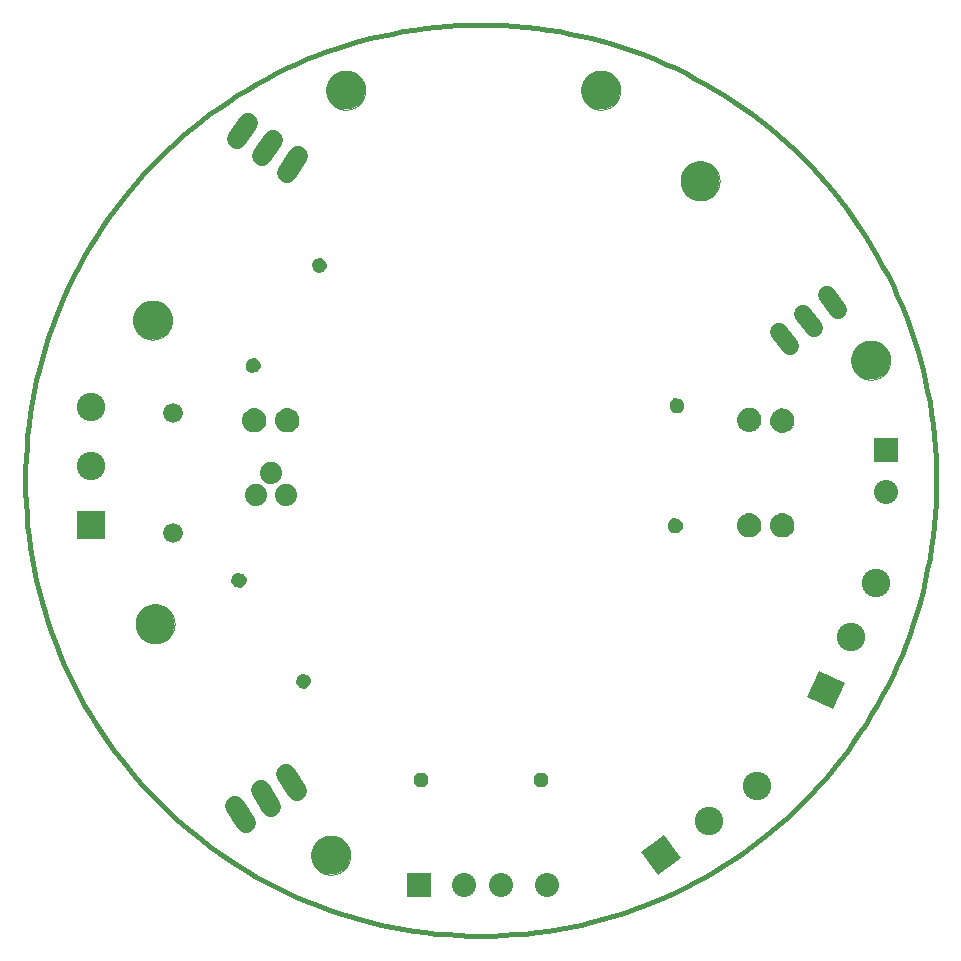
<source format=gbs>
G75*
%MOIN*%
%OFA0B0*%
%FSLAX25Y25*%
%IPPOS*%
%LPD*%
%AMOC8*
5,1,8,0,0,1.08239X$1,22.5*
%
%ADD10C,0.01600*%
%ADD11C,0.00500*%
%ADD12C,0.06600*%
%ADD13R,0.08000X0.08000*%
%ADD14C,0.08000*%
%ADD15R,0.08000X0.08000*%
%ADD16R,0.09500X0.09500*%
%ADD17C,0.09500*%
%ADD18R,0.09500X0.09500*%
%ADD19C,0.06600*%
%ADD20C,0.00000*%
%ADD21C,0.13000*%
%ADD22C,0.00960*%
%ADD23OC8,0.04800*%
%ADD24C,0.07400*%
%ADD25C,0.06000*%
D10*
X0001800Y0153622D02*
X0001846Y0157348D01*
X0001983Y0161072D01*
X0002211Y0164791D01*
X0002531Y0168503D01*
X0002942Y0172207D01*
X0003443Y0175899D01*
X0004035Y0179578D01*
X0004717Y0183241D01*
X0005489Y0186886D01*
X0006350Y0190512D01*
X0007300Y0194115D01*
X0008337Y0197694D01*
X0009463Y0201246D01*
X0010675Y0204769D01*
X0011973Y0208262D01*
X0013357Y0211722D01*
X0014825Y0215147D01*
X0016377Y0218534D01*
X0018011Y0221883D01*
X0019727Y0225190D01*
X0021524Y0228455D01*
X0023400Y0231674D01*
X0025355Y0234846D01*
X0027387Y0237970D01*
X0029495Y0241042D01*
X0031677Y0244062D01*
X0033934Y0247028D01*
X0036262Y0249937D01*
X0038661Y0252788D01*
X0041129Y0255579D01*
X0043665Y0258309D01*
X0046268Y0260976D01*
X0048935Y0263579D01*
X0051665Y0266115D01*
X0054456Y0268583D01*
X0057307Y0270982D01*
X0060216Y0273310D01*
X0063182Y0275567D01*
X0066202Y0277749D01*
X0069274Y0279857D01*
X0072398Y0281889D01*
X0075570Y0283844D01*
X0078789Y0285720D01*
X0082054Y0287517D01*
X0085361Y0289233D01*
X0088710Y0290867D01*
X0092097Y0292419D01*
X0095522Y0293887D01*
X0098982Y0295271D01*
X0102475Y0296569D01*
X0105998Y0297781D01*
X0109550Y0298907D01*
X0113129Y0299944D01*
X0116732Y0300894D01*
X0120358Y0301755D01*
X0124003Y0302527D01*
X0127666Y0303209D01*
X0131345Y0303801D01*
X0135037Y0304302D01*
X0138741Y0304713D01*
X0142453Y0305033D01*
X0146172Y0305261D01*
X0149896Y0305398D01*
X0153622Y0305444D01*
X0157348Y0305398D01*
X0161072Y0305261D01*
X0164791Y0305033D01*
X0168503Y0304713D01*
X0172207Y0304302D01*
X0175899Y0303801D01*
X0179578Y0303209D01*
X0183241Y0302527D01*
X0186886Y0301755D01*
X0190512Y0300894D01*
X0194115Y0299944D01*
X0197694Y0298907D01*
X0201246Y0297781D01*
X0204769Y0296569D01*
X0208262Y0295271D01*
X0211722Y0293887D01*
X0215147Y0292419D01*
X0218534Y0290867D01*
X0221883Y0289233D01*
X0225190Y0287517D01*
X0228455Y0285720D01*
X0231674Y0283844D01*
X0234846Y0281889D01*
X0237970Y0279857D01*
X0241042Y0277749D01*
X0244062Y0275567D01*
X0247028Y0273310D01*
X0249937Y0270982D01*
X0252788Y0268583D01*
X0255579Y0266115D01*
X0258309Y0263579D01*
X0260976Y0260976D01*
X0263579Y0258309D01*
X0266115Y0255579D01*
X0268583Y0252788D01*
X0270982Y0249937D01*
X0273310Y0247028D01*
X0275567Y0244062D01*
X0277749Y0241042D01*
X0279857Y0237970D01*
X0281889Y0234846D01*
X0283844Y0231674D01*
X0285720Y0228455D01*
X0287517Y0225190D01*
X0289233Y0221883D01*
X0290867Y0218534D01*
X0292419Y0215147D01*
X0293887Y0211722D01*
X0295271Y0208262D01*
X0296569Y0204769D01*
X0297781Y0201246D01*
X0298907Y0197694D01*
X0299944Y0194115D01*
X0300894Y0190512D01*
X0301755Y0186886D01*
X0302527Y0183241D01*
X0303209Y0179578D01*
X0303801Y0175899D01*
X0304302Y0172207D01*
X0304713Y0168503D01*
X0305033Y0164791D01*
X0305261Y0161072D01*
X0305398Y0157348D01*
X0305444Y0153622D01*
X0305398Y0149896D01*
X0305261Y0146172D01*
X0305033Y0142453D01*
X0304713Y0138741D01*
X0304302Y0135037D01*
X0303801Y0131345D01*
X0303209Y0127666D01*
X0302527Y0124003D01*
X0301755Y0120358D01*
X0300894Y0116732D01*
X0299944Y0113129D01*
X0298907Y0109550D01*
X0297781Y0105998D01*
X0296569Y0102475D01*
X0295271Y0098982D01*
X0293887Y0095522D01*
X0292419Y0092097D01*
X0290867Y0088710D01*
X0289233Y0085361D01*
X0287517Y0082054D01*
X0285720Y0078789D01*
X0283844Y0075570D01*
X0281889Y0072398D01*
X0279857Y0069274D01*
X0277749Y0066202D01*
X0275567Y0063182D01*
X0273310Y0060216D01*
X0270982Y0057307D01*
X0268583Y0054456D01*
X0266115Y0051665D01*
X0263579Y0048935D01*
X0260976Y0046268D01*
X0258309Y0043665D01*
X0255579Y0041129D01*
X0252788Y0038661D01*
X0249937Y0036262D01*
X0247028Y0033934D01*
X0244062Y0031677D01*
X0241042Y0029495D01*
X0237970Y0027387D01*
X0234846Y0025355D01*
X0231674Y0023400D01*
X0228455Y0021524D01*
X0225190Y0019727D01*
X0221883Y0018011D01*
X0218534Y0016377D01*
X0215147Y0014825D01*
X0211722Y0013357D01*
X0208262Y0011973D01*
X0204769Y0010675D01*
X0201246Y0009463D01*
X0197694Y0008337D01*
X0194115Y0007300D01*
X0190512Y0006350D01*
X0186886Y0005489D01*
X0183241Y0004717D01*
X0179578Y0004035D01*
X0175899Y0003443D01*
X0172207Y0002942D01*
X0168503Y0002531D01*
X0164791Y0002211D01*
X0161072Y0001983D01*
X0157348Y0001846D01*
X0153622Y0001800D01*
X0149896Y0001846D01*
X0146172Y0001983D01*
X0142453Y0002211D01*
X0138741Y0002531D01*
X0135037Y0002942D01*
X0131345Y0003443D01*
X0127666Y0004035D01*
X0124003Y0004717D01*
X0120358Y0005489D01*
X0116732Y0006350D01*
X0113129Y0007300D01*
X0109550Y0008337D01*
X0105998Y0009463D01*
X0102475Y0010675D01*
X0098982Y0011973D01*
X0095522Y0013357D01*
X0092097Y0014825D01*
X0088710Y0016377D01*
X0085361Y0018011D01*
X0082054Y0019727D01*
X0078789Y0021524D01*
X0075570Y0023400D01*
X0072398Y0025355D01*
X0069274Y0027387D01*
X0066202Y0029495D01*
X0063182Y0031677D01*
X0060216Y0033934D01*
X0057307Y0036262D01*
X0054456Y0038661D01*
X0051665Y0041129D01*
X0048935Y0043665D01*
X0046268Y0046268D01*
X0043665Y0048935D01*
X0041129Y0051665D01*
X0038661Y0054456D01*
X0036262Y0057307D01*
X0033934Y0060216D01*
X0031677Y0063182D01*
X0029495Y0066202D01*
X0027387Y0069274D01*
X0025355Y0072398D01*
X0023400Y0075570D01*
X0021524Y0078789D01*
X0019727Y0082054D01*
X0018011Y0085361D01*
X0016377Y0088710D01*
X0014825Y0092097D01*
X0013357Y0095522D01*
X0011973Y0098982D01*
X0010675Y0102475D01*
X0009463Y0105998D01*
X0008337Y0109550D01*
X0007300Y0113129D01*
X0006350Y0116732D01*
X0005489Y0120358D01*
X0004717Y0124003D01*
X0004035Y0127666D01*
X0003443Y0131345D01*
X0002942Y0135037D01*
X0002531Y0138741D01*
X0002211Y0142453D01*
X0001983Y0146172D01*
X0001846Y0149896D01*
X0001800Y0153622D01*
D11*
X0074424Y0172829D02*
X0074343Y0173552D01*
X0074392Y0174212D01*
X0074556Y0174853D01*
X0074828Y0175456D01*
X0075201Y0176002D01*
X0075664Y0176476D01*
X0076201Y0176861D01*
X0076797Y0177148D01*
X0077434Y0177327D01*
X0078092Y0177392D01*
X0078751Y0177325D01*
X0079387Y0177145D01*
X0079983Y0176856D01*
X0080519Y0176469D01*
X0080980Y0175994D01*
X0081352Y0175447D01*
X0081622Y0174843D01*
X0081784Y0174202D01*
X0081832Y0173542D01*
X0081754Y0172823D01*
X0081536Y0172133D01*
X0081189Y0171498D01*
X0080723Y0170944D01*
X0080159Y0170491D01*
X0079518Y0170157D01*
X0078823Y0169955D01*
X0078102Y0169892D01*
X0077377Y0169954D01*
X0076679Y0170155D01*
X0076033Y0170490D01*
X0080156Y0170490D01*
X0080760Y0170988D02*
X0075427Y0170988D01*
X0075464Y0170943D02*
X0074996Y0171499D01*
X0074644Y0172136D01*
X0074424Y0172829D01*
X0074407Y0172982D02*
X0081771Y0172982D01*
X0081826Y0173481D02*
X0074351Y0173481D01*
X0074375Y0173979D02*
X0081801Y0173979D01*
X0081715Y0174478D02*
X0074460Y0174478D01*
X0074612Y0174976D02*
X0081563Y0174976D01*
X0081333Y0175475D02*
X0074841Y0175475D01*
X0075182Y0175973D02*
X0080994Y0175973D01*
X0080515Y0176472D02*
X0075660Y0176472D01*
X0076427Y0176970D02*
X0079747Y0176970D01*
X0081647Y0172484D02*
X0074534Y0172484D01*
X0074728Y0171985D02*
X0081455Y0171985D01*
X0081179Y0171487D02*
X0075006Y0171487D01*
X0075464Y0170943D02*
X0076033Y0170490D01*
X0077248Y0169991D02*
X0078947Y0169991D01*
X0085664Y0172136D02*
X0086016Y0171499D01*
X0086484Y0170943D01*
X0087053Y0170490D01*
X0087699Y0170155D01*
X0088398Y0169954D01*
X0089122Y0169892D01*
X0089843Y0169955D01*
X0090538Y0170157D01*
X0091179Y0170491D01*
X0091744Y0170944D01*
X0092209Y0171498D01*
X0092557Y0172133D01*
X0092774Y0172823D01*
X0092853Y0173542D01*
X0092804Y0174202D01*
X0092643Y0174843D01*
X0092372Y0175447D01*
X0092000Y0175994D01*
X0091539Y0176469D01*
X0091003Y0176856D01*
X0090407Y0177145D01*
X0089771Y0177325D01*
X0089112Y0177392D01*
X0088454Y0177327D01*
X0087817Y0177148D01*
X0087221Y0176861D01*
X0086684Y0176476D01*
X0086221Y0176002D01*
X0085848Y0175456D01*
X0085576Y0174853D01*
X0085413Y0174212D01*
X0085363Y0173552D01*
X0085444Y0172829D01*
X0085664Y0172136D01*
X0085748Y0171985D02*
X0092476Y0171985D01*
X0092667Y0172484D02*
X0085554Y0172484D01*
X0085427Y0172982D02*
X0092791Y0172982D01*
X0092846Y0173481D02*
X0085371Y0173481D01*
X0085395Y0173979D02*
X0092821Y0173979D01*
X0092735Y0174478D02*
X0085480Y0174478D01*
X0085632Y0174976D02*
X0092583Y0174976D01*
X0092353Y0175475D02*
X0085861Y0175475D01*
X0086202Y0175973D02*
X0092014Y0175973D01*
X0091535Y0176472D02*
X0086680Y0176472D01*
X0087447Y0176970D02*
X0090767Y0176970D01*
X0092199Y0171487D02*
X0086026Y0171487D01*
X0086447Y0170988D02*
X0091780Y0170988D01*
X0091176Y0170490D02*
X0087053Y0170490D01*
X0088268Y0169991D02*
X0089967Y0169991D01*
X0239344Y0173763D02*
X0239408Y0174421D01*
X0239586Y0175058D01*
X0239872Y0175655D01*
X0240257Y0176193D01*
X0240730Y0176655D01*
X0241276Y0177029D01*
X0241879Y0177302D01*
X0242520Y0177466D01*
X0243179Y0177517D01*
X0243836Y0177435D01*
X0244468Y0177240D01*
X0245057Y0176938D01*
X0245584Y0176539D01*
X0246034Y0176054D01*
X0246394Y0175498D01*
X0246651Y0174888D01*
X0246798Y0174243D01*
X0246831Y0173583D01*
X0246736Y0172865D01*
X0246503Y0172180D01*
X0246141Y0171554D01*
X0245663Y0171011D01*
X0245089Y0170571D01*
X0244440Y0170251D01*
X0243741Y0170065D01*
X0243019Y0170018D01*
X0242296Y0170096D01*
X0241602Y0170314D01*
X0240964Y0170663D01*
X0240406Y0171129D01*
X0239950Y0171696D01*
X0239613Y0172340D01*
X0239408Y0173038D01*
X0239344Y0173763D01*
X0239365Y0173979D02*
X0246811Y0173979D01*
X0246818Y0173481D02*
X0239369Y0173481D01*
X0239425Y0172982D02*
X0246752Y0172982D01*
X0246606Y0172484D02*
X0239571Y0172484D01*
X0239798Y0171985D02*
X0246390Y0171985D01*
X0246082Y0171487D02*
X0240118Y0171487D01*
X0240574Y0170988D02*
X0245634Y0170988D01*
X0244924Y0170490D02*
X0241280Y0170490D01*
X0239424Y0174478D02*
X0246744Y0174478D01*
X0246614Y0174976D02*
X0239563Y0174976D01*
X0239786Y0175475D02*
X0246403Y0175475D01*
X0246087Y0175973D02*
X0240100Y0175973D01*
X0240543Y0176472D02*
X0245647Y0176472D01*
X0244994Y0176970D02*
X0241190Y0176970D01*
X0242551Y0177469D02*
X0243564Y0177469D01*
X0250603Y0174808D02*
X0250889Y0175405D01*
X0251275Y0175943D01*
X0251748Y0176405D01*
X0252294Y0176779D01*
X0252896Y0177052D01*
X0253537Y0177216D01*
X0254197Y0177267D01*
X0254853Y0177185D01*
X0255485Y0176990D01*
X0256074Y0176688D01*
X0256602Y0176289D01*
X0257052Y0175804D01*
X0257411Y0175248D01*
X0257668Y0174638D01*
X0257815Y0173993D01*
X0257848Y0173333D01*
X0257753Y0172615D01*
X0257520Y0171930D01*
X0257158Y0171304D01*
X0256681Y0170761D01*
X0256106Y0170321D01*
X0255457Y0170001D01*
X0254758Y0169815D01*
X0254036Y0169768D01*
X0253313Y0169846D01*
X0252619Y0170064D01*
X0251981Y0170413D01*
X0251423Y0170879D01*
X0250967Y0171446D01*
X0250630Y0172090D01*
X0250425Y0172788D01*
X0250361Y0173513D01*
X0250425Y0174171D01*
X0250603Y0174808D01*
X0250684Y0174976D02*
X0257525Y0174976D01*
X0257705Y0174478D02*
X0250511Y0174478D01*
X0250407Y0173979D02*
X0257816Y0173979D01*
X0257841Y0173481D02*
X0250364Y0173481D01*
X0250408Y0172982D02*
X0257802Y0172982D01*
X0257709Y0172484D02*
X0250515Y0172484D01*
X0250685Y0171985D02*
X0257539Y0171985D01*
X0257264Y0171487D02*
X0250945Y0171487D01*
X0251335Y0170988D02*
X0256881Y0170988D01*
X0256327Y0170490D02*
X0251889Y0170490D01*
X0252851Y0169991D02*
X0255419Y0169991D01*
X0257264Y0175475D02*
X0250940Y0175475D01*
X0251306Y0175973D02*
X0256894Y0175973D01*
X0256360Y0176472D02*
X0251845Y0176472D01*
X0252716Y0176970D02*
X0255523Y0176970D01*
X0254112Y0142392D02*
X0254771Y0142325D01*
X0255407Y0142145D01*
X0256003Y0141856D01*
X0256539Y0141469D01*
X0257000Y0140994D01*
X0257372Y0140447D01*
X0257643Y0139843D01*
X0257804Y0139202D01*
X0257853Y0138542D01*
X0257774Y0137823D01*
X0257557Y0137133D01*
X0257209Y0136498D01*
X0256744Y0135944D01*
X0256179Y0135491D01*
X0255538Y0135157D01*
X0254843Y0134955D01*
X0254122Y0134892D01*
X0253398Y0134954D01*
X0252699Y0135155D01*
X0252053Y0135490D01*
X0251484Y0135943D01*
X0251016Y0136499D01*
X0250664Y0137136D01*
X0250444Y0137829D01*
X0250363Y0138552D01*
X0250413Y0139212D01*
X0250576Y0139853D01*
X0250848Y0140456D01*
X0251221Y0141002D01*
X0251684Y0141476D01*
X0252221Y0141861D01*
X0252817Y0142148D01*
X0253454Y0142327D01*
X0254112Y0142392D01*
X0255552Y0142074D02*
X0252664Y0142074D01*
X0251823Y0141576D02*
X0256391Y0141576D01*
X0256919Y0141077D02*
X0251295Y0141077D01*
X0250933Y0140579D02*
X0257282Y0140579D01*
X0257536Y0140080D02*
X0250679Y0140080D01*
X0250507Y0139582D02*
X0257709Y0139582D01*
X0257813Y0139083D02*
X0250403Y0139083D01*
X0250365Y0138585D02*
X0257849Y0138585D01*
X0257803Y0138086D02*
X0250415Y0138086D01*
X0250521Y0137588D02*
X0257700Y0137588D01*
X0257533Y0137089D02*
X0250690Y0137089D01*
X0250965Y0136591D02*
X0257259Y0136591D01*
X0256868Y0136092D02*
X0251359Y0136092D01*
X0251922Y0135594D02*
X0256307Y0135594D01*
X0255325Y0135095D02*
X0252907Y0135095D01*
X0246536Y0137133D02*
X0246189Y0136498D01*
X0245723Y0135944D01*
X0245159Y0135491D01*
X0244518Y0135157D01*
X0243823Y0134955D01*
X0243102Y0134892D01*
X0242377Y0134954D01*
X0241679Y0135155D01*
X0241033Y0135490D01*
X0240464Y0135943D01*
X0239996Y0136499D01*
X0239644Y0137136D01*
X0239424Y0137829D01*
X0239343Y0138552D01*
X0239392Y0139212D01*
X0239556Y0139853D01*
X0239828Y0140456D01*
X0240201Y0141002D01*
X0240664Y0141476D01*
X0241201Y0141861D01*
X0241797Y0142148D01*
X0242434Y0142327D01*
X0243092Y0142392D01*
X0243751Y0142325D01*
X0244387Y0142145D01*
X0244983Y0141856D01*
X0245519Y0141469D01*
X0245980Y0140994D01*
X0246352Y0140447D01*
X0246622Y0139843D01*
X0246784Y0139202D01*
X0246832Y0138542D01*
X0246754Y0137823D01*
X0246536Y0137133D01*
X0246513Y0137089D02*
X0239670Y0137089D01*
X0239501Y0137588D02*
X0246680Y0137588D01*
X0246783Y0138086D02*
X0239395Y0138086D01*
X0239345Y0138585D02*
X0246829Y0138585D01*
X0246793Y0139083D02*
X0239383Y0139083D01*
X0239487Y0139582D02*
X0246688Y0139582D01*
X0246516Y0140080D02*
X0239659Y0140080D01*
X0239912Y0140579D02*
X0246262Y0140579D01*
X0245899Y0141077D02*
X0240275Y0141077D01*
X0240803Y0141576D02*
X0245371Y0141576D01*
X0244532Y0142074D02*
X0241644Y0142074D01*
X0239945Y0136591D02*
X0246239Y0136591D01*
X0245848Y0136092D02*
X0240339Y0136092D01*
X0240902Y0135594D02*
X0245287Y0135594D01*
X0244305Y0135095D02*
X0241887Y0135095D01*
D12*
X0051122Y0136122D03*
X0051122Y0176122D03*
D13*
G36*
X0284672Y0159574D02*
X0284574Y0167572D01*
X0292572Y0167670D01*
X0292670Y0159672D01*
X0284672Y0159574D01*
G37*
D14*
X0288791Y0149844D03*
X0175661Y0018622D03*
X0160481Y0018622D03*
X0148102Y0018622D03*
D15*
X0132922Y0018622D03*
D16*
X0023622Y0138622D03*
D17*
X0023622Y0158307D03*
X0023622Y0177992D03*
X0229608Y0040109D03*
X0245594Y0051596D03*
X0276973Y0101448D03*
X0285323Y0119275D03*
D18*
G36*
X0274938Y0085908D02*
X0270908Y0077306D01*
X0262306Y0081336D01*
X0266336Y0089938D01*
X0274938Y0085908D01*
G37*
G36*
X0220251Y0027537D02*
X0212537Y0021993D01*
X0206993Y0029707D01*
X0214707Y0035251D01*
X0220251Y0027537D01*
G37*
D19*
X0075343Y0039370D02*
X0071806Y0044942D01*
X0080250Y0050300D02*
X0083786Y0044728D01*
X0092229Y0050086D02*
X0088693Y0055659D01*
X0088982Y0256127D02*
X0092644Y0261618D01*
X0084324Y0267167D02*
X0080662Y0261676D01*
X0072343Y0267224D02*
X0076005Y0272715D01*
D20*
X0102122Y0283622D02*
X0102124Y0283783D01*
X0102130Y0283943D01*
X0102140Y0284104D01*
X0102154Y0284264D01*
X0102172Y0284424D01*
X0102193Y0284583D01*
X0102219Y0284742D01*
X0102249Y0284900D01*
X0102282Y0285057D01*
X0102320Y0285214D01*
X0102361Y0285369D01*
X0102406Y0285523D01*
X0102455Y0285676D01*
X0102508Y0285828D01*
X0102564Y0285979D01*
X0102625Y0286128D01*
X0102688Y0286276D01*
X0102756Y0286422D01*
X0102827Y0286566D01*
X0102901Y0286708D01*
X0102979Y0286849D01*
X0103061Y0286987D01*
X0103146Y0287124D01*
X0103234Y0287258D01*
X0103326Y0287390D01*
X0103421Y0287520D01*
X0103519Y0287648D01*
X0103620Y0287773D01*
X0103724Y0287895D01*
X0103831Y0288015D01*
X0103941Y0288132D01*
X0104054Y0288247D01*
X0104170Y0288358D01*
X0104289Y0288467D01*
X0104410Y0288572D01*
X0104534Y0288675D01*
X0104660Y0288775D01*
X0104788Y0288871D01*
X0104919Y0288964D01*
X0105053Y0289054D01*
X0105188Y0289141D01*
X0105326Y0289224D01*
X0105465Y0289304D01*
X0105607Y0289380D01*
X0105750Y0289453D01*
X0105895Y0289522D01*
X0106042Y0289588D01*
X0106190Y0289650D01*
X0106340Y0289708D01*
X0106491Y0289763D01*
X0106644Y0289814D01*
X0106798Y0289861D01*
X0106953Y0289904D01*
X0107109Y0289943D01*
X0107265Y0289979D01*
X0107423Y0290010D01*
X0107581Y0290038D01*
X0107740Y0290062D01*
X0107900Y0290082D01*
X0108060Y0290098D01*
X0108220Y0290110D01*
X0108381Y0290118D01*
X0108542Y0290122D01*
X0108702Y0290122D01*
X0108863Y0290118D01*
X0109024Y0290110D01*
X0109184Y0290098D01*
X0109344Y0290082D01*
X0109504Y0290062D01*
X0109663Y0290038D01*
X0109821Y0290010D01*
X0109979Y0289979D01*
X0110135Y0289943D01*
X0110291Y0289904D01*
X0110446Y0289861D01*
X0110600Y0289814D01*
X0110753Y0289763D01*
X0110904Y0289708D01*
X0111054Y0289650D01*
X0111202Y0289588D01*
X0111349Y0289522D01*
X0111494Y0289453D01*
X0111637Y0289380D01*
X0111779Y0289304D01*
X0111918Y0289224D01*
X0112056Y0289141D01*
X0112191Y0289054D01*
X0112325Y0288964D01*
X0112456Y0288871D01*
X0112584Y0288775D01*
X0112710Y0288675D01*
X0112834Y0288572D01*
X0112955Y0288467D01*
X0113074Y0288358D01*
X0113190Y0288247D01*
X0113303Y0288132D01*
X0113413Y0288015D01*
X0113520Y0287895D01*
X0113624Y0287773D01*
X0113725Y0287648D01*
X0113823Y0287520D01*
X0113918Y0287390D01*
X0114010Y0287258D01*
X0114098Y0287124D01*
X0114183Y0286987D01*
X0114265Y0286849D01*
X0114343Y0286708D01*
X0114417Y0286566D01*
X0114488Y0286422D01*
X0114556Y0286276D01*
X0114619Y0286128D01*
X0114680Y0285979D01*
X0114736Y0285828D01*
X0114789Y0285676D01*
X0114838Y0285523D01*
X0114883Y0285369D01*
X0114924Y0285214D01*
X0114962Y0285057D01*
X0114995Y0284900D01*
X0115025Y0284742D01*
X0115051Y0284583D01*
X0115072Y0284424D01*
X0115090Y0284264D01*
X0115104Y0284104D01*
X0115114Y0283943D01*
X0115120Y0283783D01*
X0115122Y0283622D01*
X0115120Y0283461D01*
X0115114Y0283301D01*
X0115104Y0283140D01*
X0115090Y0282980D01*
X0115072Y0282820D01*
X0115051Y0282661D01*
X0115025Y0282502D01*
X0114995Y0282344D01*
X0114962Y0282187D01*
X0114924Y0282030D01*
X0114883Y0281875D01*
X0114838Y0281721D01*
X0114789Y0281568D01*
X0114736Y0281416D01*
X0114680Y0281265D01*
X0114619Y0281116D01*
X0114556Y0280968D01*
X0114488Y0280822D01*
X0114417Y0280678D01*
X0114343Y0280536D01*
X0114265Y0280395D01*
X0114183Y0280257D01*
X0114098Y0280120D01*
X0114010Y0279986D01*
X0113918Y0279854D01*
X0113823Y0279724D01*
X0113725Y0279596D01*
X0113624Y0279471D01*
X0113520Y0279349D01*
X0113413Y0279229D01*
X0113303Y0279112D01*
X0113190Y0278997D01*
X0113074Y0278886D01*
X0112955Y0278777D01*
X0112834Y0278672D01*
X0112710Y0278569D01*
X0112584Y0278469D01*
X0112456Y0278373D01*
X0112325Y0278280D01*
X0112191Y0278190D01*
X0112056Y0278103D01*
X0111918Y0278020D01*
X0111779Y0277940D01*
X0111637Y0277864D01*
X0111494Y0277791D01*
X0111349Y0277722D01*
X0111202Y0277656D01*
X0111054Y0277594D01*
X0110904Y0277536D01*
X0110753Y0277481D01*
X0110600Y0277430D01*
X0110446Y0277383D01*
X0110291Y0277340D01*
X0110135Y0277301D01*
X0109979Y0277265D01*
X0109821Y0277234D01*
X0109663Y0277206D01*
X0109504Y0277182D01*
X0109344Y0277162D01*
X0109184Y0277146D01*
X0109024Y0277134D01*
X0108863Y0277126D01*
X0108702Y0277122D01*
X0108542Y0277122D01*
X0108381Y0277126D01*
X0108220Y0277134D01*
X0108060Y0277146D01*
X0107900Y0277162D01*
X0107740Y0277182D01*
X0107581Y0277206D01*
X0107423Y0277234D01*
X0107265Y0277265D01*
X0107109Y0277301D01*
X0106953Y0277340D01*
X0106798Y0277383D01*
X0106644Y0277430D01*
X0106491Y0277481D01*
X0106340Y0277536D01*
X0106190Y0277594D01*
X0106042Y0277656D01*
X0105895Y0277722D01*
X0105750Y0277791D01*
X0105607Y0277864D01*
X0105465Y0277940D01*
X0105326Y0278020D01*
X0105188Y0278103D01*
X0105053Y0278190D01*
X0104919Y0278280D01*
X0104788Y0278373D01*
X0104660Y0278469D01*
X0104534Y0278569D01*
X0104410Y0278672D01*
X0104289Y0278777D01*
X0104170Y0278886D01*
X0104054Y0278997D01*
X0103941Y0279112D01*
X0103831Y0279229D01*
X0103724Y0279349D01*
X0103620Y0279471D01*
X0103519Y0279596D01*
X0103421Y0279724D01*
X0103326Y0279854D01*
X0103234Y0279986D01*
X0103146Y0280120D01*
X0103061Y0280257D01*
X0102979Y0280395D01*
X0102901Y0280536D01*
X0102827Y0280678D01*
X0102756Y0280822D01*
X0102688Y0280968D01*
X0102625Y0281116D01*
X0102564Y0281265D01*
X0102508Y0281416D01*
X0102455Y0281568D01*
X0102406Y0281721D01*
X0102361Y0281875D01*
X0102320Y0282030D01*
X0102282Y0282187D01*
X0102249Y0282344D01*
X0102219Y0282502D01*
X0102193Y0282661D01*
X0102172Y0282820D01*
X0102154Y0282980D01*
X0102140Y0283140D01*
X0102130Y0283301D01*
X0102124Y0283461D01*
X0102122Y0283622D01*
X0037709Y0207016D02*
X0037711Y0207177D01*
X0037717Y0207337D01*
X0037727Y0207498D01*
X0037741Y0207658D01*
X0037759Y0207818D01*
X0037780Y0207977D01*
X0037806Y0208136D01*
X0037836Y0208294D01*
X0037869Y0208451D01*
X0037907Y0208608D01*
X0037948Y0208763D01*
X0037993Y0208917D01*
X0038042Y0209070D01*
X0038095Y0209222D01*
X0038151Y0209373D01*
X0038212Y0209522D01*
X0038275Y0209670D01*
X0038343Y0209816D01*
X0038414Y0209960D01*
X0038488Y0210102D01*
X0038566Y0210243D01*
X0038648Y0210381D01*
X0038733Y0210518D01*
X0038821Y0210652D01*
X0038913Y0210784D01*
X0039008Y0210914D01*
X0039106Y0211042D01*
X0039207Y0211167D01*
X0039311Y0211289D01*
X0039418Y0211409D01*
X0039528Y0211526D01*
X0039641Y0211641D01*
X0039757Y0211752D01*
X0039876Y0211861D01*
X0039997Y0211966D01*
X0040121Y0212069D01*
X0040247Y0212169D01*
X0040375Y0212265D01*
X0040506Y0212358D01*
X0040640Y0212448D01*
X0040775Y0212535D01*
X0040913Y0212618D01*
X0041052Y0212698D01*
X0041194Y0212774D01*
X0041337Y0212847D01*
X0041482Y0212916D01*
X0041629Y0212982D01*
X0041777Y0213044D01*
X0041927Y0213102D01*
X0042078Y0213157D01*
X0042231Y0213208D01*
X0042385Y0213255D01*
X0042540Y0213298D01*
X0042696Y0213337D01*
X0042852Y0213373D01*
X0043010Y0213404D01*
X0043168Y0213432D01*
X0043327Y0213456D01*
X0043487Y0213476D01*
X0043647Y0213492D01*
X0043807Y0213504D01*
X0043968Y0213512D01*
X0044129Y0213516D01*
X0044289Y0213516D01*
X0044450Y0213512D01*
X0044611Y0213504D01*
X0044771Y0213492D01*
X0044931Y0213476D01*
X0045091Y0213456D01*
X0045250Y0213432D01*
X0045408Y0213404D01*
X0045566Y0213373D01*
X0045722Y0213337D01*
X0045878Y0213298D01*
X0046033Y0213255D01*
X0046187Y0213208D01*
X0046340Y0213157D01*
X0046491Y0213102D01*
X0046641Y0213044D01*
X0046789Y0212982D01*
X0046936Y0212916D01*
X0047081Y0212847D01*
X0047224Y0212774D01*
X0047366Y0212698D01*
X0047505Y0212618D01*
X0047643Y0212535D01*
X0047778Y0212448D01*
X0047912Y0212358D01*
X0048043Y0212265D01*
X0048171Y0212169D01*
X0048297Y0212069D01*
X0048421Y0211966D01*
X0048542Y0211861D01*
X0048661Y0211752D01*
X0048777Y0211641D01*
X0048890Y0211526D01*
X0049000Y0211409D01*
X0049107Y0211289D01*
X0049211Y0211167D01*
X0049312Y0211042D01*
X0049410Y0210914D01*
X0049505Y0210784D01*
X0049597Y0210652D01*
X0049685Y0210518D01*
X0049770Y0210381D01*
X0049852Y0210243D01*
X0049930Y0210102D01*
X0050004Y0209960D01*
X0050075Y0209816D01*
X0050143Y0209670D01*
X0050206Y0209522D01*
X0050267Y0209373D01*
X0050323Y0209222D01*
X0050376Y0209070D01*
X0050425Y0208917D01*
X0050470Y0208763D01*
X0050511Y0208608D01*
X0050549Y0208451D01*
X0050582Y0208294D01*
X0050612Y0208136D01*
X0050638Y0207977D01*
X0050659Y0207818D01*
X0050677Y0207658D01*
X0050691Y0207498D01*
X0050701Y0207337D01*
X0050707Y0207177D01*
X0050709Y0207016D01*
X0050707Y0206855D01*
X0050701Y0206695D01*
X0050691Y0206534D01*
X0050677Y0206374D01*
X0050659Y0206214D01*
X0050638Y0206055D01*
X0050612Y0205896D01*
X0050582Y0205738D01*
X0050549Y0205581D01*
X0050511Y0205424D01*
X0050470Y0205269D01*
X0050425Y0205115D01*
X0050376Y0204962D01*
X0050323Y0204810D01*
X0050267Y0204659D01*
X0050206Y0204510D01*
X0050143Y0204362D01*
X0050075Y0204216D01*
X0050004Y0204072D01*
X0049930Y0203930D01*
X0049852Y0203789D01*
X0049770Y0203651D01*
X0049685Y0203514D01*
X0049597Y0203380D01*
X0049505Y0203248D01*
X0049410Y0203118D01*
X0049312Y0202990D01*
X0049211Y0202865D01*
X0049107Y0202743D01*
X0049000Y0202623D01*
X0048890Y0202506D01*
X0048777Y0202391D01*
X0048661Y0202280D01*
X0048542Y0202171D01*
X0048421Y0202066D01*
X0048297Y0201963D01*
X0048171Y0201863D01*
X0048043Y0201767D01*
X0047912Y0201674D01*
X0047778Y0201584D01*
X0047643Y0201497D01*
X0047505Y0201414D01*
X0047366Y0201334D01*
X0047224Y0201258D01*
X0047081Y0201185D01*
X0046936Y0201116D01*
X0046789Y0201050D01*
X0046641Y0200988D01*
X0046491Y0200930D01*
X0046340Y0200875D01*
X0046187Y0200824D01*
X0046033Y0200777D01*
X0045878Y0200734D01*
X0045722Y0200695D01*
X0045566Y0200659D01*
X0045408Y0200628D01*
X0045250Y0200600D01*
X0045091Y0200576D01*
X0044931Y0200556D01*
X0044771Y0200540D01*
X0044611Y0200528D01*
X0044450Y0200520D01*
X0044289Y0200516D01*
X0044129Y0200516D01*
X0043968Y0200520D01*
X0043807Y0200528D01*
X0043647Y0200540D01*
X0043487Y0200556D01*
X0043327Y0200576D01*
X0043168Y0200600D01*
X0043010Y0200628D01*
X0042852Y0200659D01*
X0042696Y0200695D01*
X0042540Y0200734D01*
X0042385Y0200777D01*
X0042231Y0200824D01*
X0042078Y0200875D01*
X0041927Y0200930D01*
X0041777Y0200988D01*
X0041629Y0201050D01*
X0041482Y0201116D01*
X0041337Y0201185D01*
X0041194Y0201258D01*
X0041052Y0201334D01*
X0040913Y0201414D01*
X0040775Y0201497D01*
X0040640Y0201584D01*
X0040506Y0201674D01*
X0040375Y0201767D01*
X0040247Y0201863D01*
X0040121Y0201963D01*
X0039997Y0202066D01*
X0039876Y0202171D01*
X0039757Y0202280D01*
X0039641Y0202391D01*
X0039528Y0202506D01*
X0039418Y0202623D01*
X0039311Y0202743D01*
X0039207Y0202865D01*
X0039106Y0202990D01*
X0039008Y0203118D01*
X0038913Y0203248D01*
X0038821Y0203380D01*
X0038733Y0203514D01*
X0038648Y0203651D01*
X0038566Y0203789D01*
X0038488Y0203930D01*
X0038414Y0204072D01*
X0038343Y0204216D01*
X0038275Y0204362D01*
X0038212Y0204510D01*
X0038151Y0204659D01*
X0038095Y0204810D01*
X0038042Y0204962D01*
X0037993Y0205115D01*
X0037948Y0205269D01*
X0037907Y0205424D01*
X0037869Y0205581D01*
X0037836Y0205738D01*
X0037806Y0205896D01*
X0037780Y0206055D01*
X0037759Y0206214D01*
X0037741Y0206374D01*
X0037727Y0206534D01*
X0037717Y0206695D01*
X0037711Y0206855D01*
X0037709Y0207016D01*
X0038546Y0105773D02*
X0038548Y0105934D01*
X0038554Y0106094D01*
X0038564Y0106255D01*
X0038578Y0106415D01*
X0038596Y0106575D01*
X0038617Y0106734D01*
X0038643Y0106893D01*
X0038673Y0107051D01*
X0038706Y0107208D01*
X0038744Y0107365D01*
X0038785Y0107520D01*
X0038830Y0107674D01*
X0038879Y0107827D01*
X0038932Y0107979D01*
X0038988Y0108130D01*
X0039049Y0108279D01*
X0039112Y0108427D01*
X0039180Y0108573D01*
X0039251Y0108717D01*
X0039325Y0108859D01*
X0039403Y0109000D01*
X0039485Y0109138D01*
X0039570Y0109275D01*
X0039658Y0109409D01*
X0039750Y0109541D01*
X0039845Y0109671D01*
X0039943Y0109799D01*
X0040044Y0109924D01*
X0040148Y0110046D01*
X0040255Y0110166D01*
X0040365Y0110283D01*
X0040478Y0110398D01*
X0040594Y0110509D01*
X0040713Y0110618D01*
X0040834Y0110723D01*
X0040958Y0110826D01*
X0041084Y0110926D01*
X0041212Y0111022D01*
X0041343Y0111115D01*
X0041477Y0111205D01*
X0041612Y0111292D01*
X0041750Y0111375D01*
X0041889Y0111455D01*
X0042031Y0111531D01*
X0042174Y0111604D01*
X0042319Y0111673D01*
X0042466Y0111739D01*
X0042614Y0111801D01*
X0042764Y0111859D01*
X0042915Y0111914D01*
X0043068Y0111965D01*
X0043222Y0112012D01*
X0043377Y0112055D01*
X0043533Y0112094D01*
X0043689Y0112130D01*
X0043847Y0112161D01*
X0044005Y0112189D01*
X0044164Y0112213D01*
X0044324Y0112233D01*
X0044484Y0112249D01*
X0044644Y0112261D01*
X0044805Y0112269D01*
X0044966Y0112273D01*
X0045126Y0112273D01*
X0045287Y0112269D01*
X0045448Y0112261D01*
X0045608Y0112249D01*
X0045768Y0112233D01*
X0045928Y0112213D01*
X0046087Y0112189D01*
X0046245Y0112161D01*
X0046403Y0112130D01*
X0046559Y0112094D01*
X0046715Y0112055D01*
X0046870Y0112012D01*
X0047024Y0111965D01*
X0047177Y0111914D01*
X0047328Y0111859D01*
X0047478Y0111801D01*
X0047626Y0111739D01*
X0047773Y0111673D01*
X0047918Y0111604D01*
X0048061Y0111531D01*
X0048203Y0111455D01*
X0048342Y0111375D01*
X0048480Y0111292D01*
X0048615Y0111205D01*
X0048749Y0111115D01*
X0048880Y0111022D01*
X0049008Y0110926D01*
X0049134Y0110826D01*
X0049258Y0110723D01*
X0049379Y0110618D01*
X0049498Y0110509D01*
X0049614Y0110398D01*
X0049727Y0110283D01*
X0049837Y0110166D01*
X0049944Y0110046D01*
X0050048Y0109924D01*
X0050149Y0109799D01*
X0050247Y0109671D01*
X0050342Y0109541D01*
X0050434Y0109409D01*
X0050522Y0109275D01*
X0050607Y0109138D01*
X0050689Y0109000D01*
X0050767Y0108859D01*
X0050841Y0108717D01*
X0050912Y0108573D01*
X0050980Y0108427D01*
X0051043Y0108279D01*
X0051104Y0108130D01*
X0051160Y0107979D01*
X0051213Y0107827D01*
X0051262Y0107674D01*
X0051307Y0107520D01*
X0051348Y0107365D01*
X0051386Y0107208D01*
X0051419Y0107051D01*
X0051449Y0106893D01*
X0051475Y0106734D01*
X0051496Y0106575D01*
X0051514Y0106415D01*
X0051528Y0106255D01*
X0051538Y0106094D01*
X0051544Y0105934D01*
X0051546Y0105773D01*
X0051544Y0105612D01*
X0051538Y0105452D01*
X0051528Y0105291D01*
X0051514Y0105131D01*
X0051496Y0104971D01*
X0051475Y0104812D01*
X0051449Y0104653D01*
X0051419Y0104495D01*
X0051386Y0104338D01*
X0051348Y0104181D01*
X0051307Y0104026D01*
X0051262Y0103872D01*
X0051213Y0103719D01*
X0051160Y0103567D01*
X0051104Y0103416D01*
X0051043Y0103267D01*
X0050980Y0103119D01*
X0050912Y0102973D01*
X0050841Y0102829D01*
X0050767Y0102687D01*
X0050689Y0102546D01*
X0050607Y0102408D01*
X0050522Y0102271D01*
X0050434Y0102137D01*
X0050342Y0102005D01*
X0050247Y0101875D01*
X0050149Y0101747D01*
X0050048Y0101622D01*
X0049944Y0101500D01*
X0049837Y0101380D01*
X0049727Y0101263D01*
X0049614Y0101148D01*
X0049498Y0101037D01*
X0049379Y0100928D01*
X0049258Y0100823D01*
X0049134Y0100720D01*
X0049008Y0100620D01*
X0048880Y0100524D01*
X0048749Y0100431D01*
X0048615Y0100341D01*
X0048480Y0100254D01*
X0048342Y0100171D01*
X0048203Y0100091D01*
X0048061Y0100015D01*
X0047918Y0099942D01*
X0047773Y0099873D01*
X0047626Y0099807D01*
X0047478Y0099745D01*
X0047328Y0099687D01*
X0047177Y0099632D01*
X0047024Y0099581D01*
X0046870Y0099534D01*
X0046715Y0099491D01*
X0046559Y0099452D01*
X0046403Y0099416D01*
X0046245Y0099385D01*
X0046087Y0099357D01*
X0045928Y0099333D01*
X0045768Y0099313D01*
X0045608Y0099297D01*
X0045448Y0099285D01*
X0045287Y0099277D01*
X0045126Y0099273D01*
X0044966Y0099273D01*
X0044805Y0099277D01*
X0044644Y0099285D01*
X0044484Y0099297D01*
X0044324Y0099313D01*
X0044164Y0099333D01*
X0044005Y0099357D01*
X0043847Y0099385D01*
X0043689Y0099416D01*
X0043533Y0099452D01*
X0043377Y0099491D01*
X0043222Y0099534D01*
X0043068Y0099581D01*
X0042915Y0099632D01*
X0042764Y0099687D01*
X0042614Y0099745D01*
X0042466Y0099807D01*
X0042319Y0099873D01*
X0042174Y0099942D01*
X0042031Y0100015D01*
X0041889Y0100091D01*
X0041750Y0100171D01*
X0041612Y0100254D01*
X0041477Y0100341D01*
X0041343Y0100431D01*
X0041212Y0100524D01*
X0041084Y0100620D01*
X0040958Y0100720D01*
X0040834Y0100823D01*
X0040713Y0100928D01*
X0040594Y0101037D01*
X0040478Y0101148D01*
X0040365Y0101263D01*
X0040255Y0101380D01*
X0040148Y0101500D01*
X0040044Y0101622D01*
X0039943Y0101747D01*
X0039845Y0101875D01*
X0039750Y0102005D01*
X0039658Y0102137D01*
X0039570Y0102271D01*
X0039485Y0102408D01*
X0039403Y0102546D01*
X0039325Y0102687D01*
X0039251Y0102829D01*
X0039180Y0102973D01*
X0039112Y0103119D01*
X0039049Y0103267D01*
X0038988Y0103416D01*
X0038932Y0103567D01*
X0038879Y0103719D01*
X0038830Y0103872D01*
X0038785Y0104026D01*
X0038744Y0104181D01*
X0038706Y0104338D01*
X0038673Y0104495D01*
X0038643Y0104653D01*
X0038617Y0104812D01*
X0038596Y0104971D01*
X0038578Y0105131D01*
X0038564Y0105291D01*
X0038554Y0105452D01*
X0038548Y0105612D01*
X0038546Y0105773D01*
X0097122Y0028622D02*
X0097124Y0028783D01*
X0097130Y0028943D01*
X0097140Y0029104D01*
X0097154Y0029264D01*
X0097172Y0029424D01*
X0097193Y0029583D01*
X0097219Y0029742D01*
X0097249Y0029900D01*
X0097282Y0030057D01*
X0097320Y0030214D01*
X0097361Y0030369D01*
X0097406Y0030523D01*
X0097455Y0030676D01*
X0097508Y0030828D01*
X0097564Y0030979D01*
X0097625Y0031128D01*
X0097688Y0031276D01*
X0097756Y0031422D01*
X0097827Y0031566D01*
X0097901Y0031708D01*
X0097979Y0031849D01*
X0098061Y0031987D01*
X0098146Y0032124D01*
X0098234Y0032258D01*
X0098326Y0032390D01*
X0098421Y0032520D01*
X0098519Y0032648D01*
X0098620Y0032773D01*
X0098724Y0032895D01*
X0098831Y0033015D01*
X0098941Y0033132D01*
X0099054Y0033247D01*
X0099170Y0033358D01*
X0099289Y0033467D01*
X0099410Y0033572D01*
X0099534Y0033675D01*
X0099660Y0033775D01*
X0099788Y0033871D01*
X0099919Y0033964D01*
X0100053Y0034054D01*
X0100188Y0034141D01*
X0100326Y0034224D01*
X0100465Y0034304D01*
X0100607Y0034380D01*
X0100750Y0034453D01*
X0100895Y0034522D01*
X0101042Y0034588D01*
X0101190Y0034650D01*
X0101340Y0034708D01*
X0101491Y0034763D01*
X0101644Y0034814D01*
X0101798Y0034861D01*
X0101953Y0034904D01*
X0102109Y0034943D01*
X0102265Y0034979D01*
X0102423Y0035010D01*
X0102581Y0035038D01*
X0102740Y0035062D01*
X0102900Y0035082D01*
X0103060Y0035098D01*
X0103220Y0035110D01*
X0103381Y0035118D01*
X0103542Y0035122D01*
X0103702Y0035122D01*
X0103863Y0035118D01*
X0104024Y0035110D01*
X0104184Y0035098D01*
X0104344Y0035082D01*
X0104504Y0035062D01*
X0104663Y0035038D01*
X0104821Y0035010D01*
X0104979Y0034979D01*
X0105135Y0034943D01*
X0105291Y0034904D01*
X0105446Y0034861D01*
X0105600Y0034814D01*
X0105753Y0034763D01*
X0105904Y0034708D01*
X0106054Y0034650D01*
X0106202Y0034588D01*
X0106349Y0034522D01*
X0106494Y0034453D01*
X0106637Y0034380D01*
X0106779Y0034304D01*
X0106918Y0034224D01*
X0107056Y0034141D01*
X0107191Y0034054D01*
X0107325Y0033964D01*
X0107456Y0033871D01*
X0107584Y0033775D01*
X0107710Y0033675D01*
X0107834Y0033572D01*
X0107955Y0033467D01*
X0108074Y0033358D01*
X0108190Y0033247D01*
X0108303Y0033132D01*
X0108413Y0033015D01*
X0108520Y0032895D01*
X0108624Y0032773D01*
X0108725Y0032648D01*
X0108823Y0032520D01*
X0108918Y0032390D01*
X0109010Y0032258D01*
X0109098Y0032124D01*
X0109183Y0031987D01*
X0109265Y0031849D01*
X0109343Y0031708D01*
X0109417Y0031566D01*
X0109488Y0031422D01*
X0109556Y0031276D01*
X0109619Y0031128D01*
X0109680Y0030979D01*
X0109736Y0030828D01*
X0109789Y0030676D01*
X0109838Y0030523D01*
X0109883Y0030369D01*
X0109924Y0030214D01*
X0109962Y0030057D01*
X0109995Y0029900D01*
X0110025Y0029742D01*
X0110051Y0029583D01*
X0110072Y0029424D01*
X0110090Y0029264D01*
X0110104Y0029104D01*
X0110114Y0028943D01*
X0110120Y0028783D01*
X0110122Y0028622D01*
X0110120Y0028461D01*
X0110114Y0028301D01*
X0110104Y0028140D01*
X0110090Y0027980D01*
X0110072Y0027820D01*
X0110051Y0027661D01*
X0110025Y0027502D01*
X0109995Y0027344D01*
X0109962Y0027187D01*
X0109924Y0027030D01*
X0109883Y0026875D01*
X0109838Y0026721D01*
X0109789Y0026568D01*
X0109736Y0026416D01*
X0109680Y0026265D01*
X0109619Y0026116D01*
X0109556Y0025968D01*
X0109488Y0025822D01*
X0109417Y0025678D01*
X0109343Y0025536D01*
X0109265Y0025395D01*
X0109183Y0025257D01*
X0109098Y0025120D01*
X0109010Y0024986D01*
X0108918Y0024854D01*
X0108823Y0024724D01*
X0108725Y0024596D01*
X0108624Y0024471D01*
X0108520Y0024349D01*
X0108413Y0024229D01*
X0108303Y0024112D01*
X0108190Y0023997D01*
X0108074Y0023886D01*
X0107955Y0023777D01*
X0107834Y0023672D01*
X0107710Y0023569D01*
X0107584Y0023469D01*
X0107456Y0023373D01*
X0107325Y0023280D01*
X0107191Y0023190D01*
X0107056Y0023103D01*
X0106918Y0023020D01*
X0106779Y0022940D01*
X0106637Y0022864D01*
X0106494Y0022791D01*
X0106349Y0022722D01*
X0106202Y0022656D01*
X0106054Y0022594D01*
X0105904Y0022536D01*
X0105753Y0022481D01*
X0105600Y0022430D01*
X0105446Y0022383D01*
X0105291Y0022340D01*
X0105135Y0022301D01*
X0104979Y0022265D01*
X0104821Y0022234D01*
X0104663Y0022206D01*
X0104504Y0022182D01*
X0104344Y0022162D01*
X0104184Y0022146D01*
X0104024Y0022134D01*
X0103863Y0022126D01*
X0103702Y0022122D01*
X0103542Y0022122D01*
X0103381Y0022126D01*
X0103220Y0022134D01*
X0103060Y0022146D01*
X0102900Y0022162D01*
X0102740Y0022182D01*
X0102581Y0022206D01*
X0102423Y0022234D01*
X0102265Y0022265D01*
X0102109Y0022301D01*
X0101953Y0022340D01*
X0101798Y0022383D01*
X0101644Y0022430D01*
X0101491Y0022481D01*
X0101340Y0022536D01*
X0101190Y0022594D01*
X0101042Y0022656D01*
X0100895Y0022722D01*
X0100750Y0022791D01*
X0100607Y0022864D01*
X0100465Y0022940D01*
X0100326Y0023020D01*
X0100188Y0023103D01*
X0100053Y0023190D01*
X0099919Y0023280D01*
X0099788Y0023373D01*
X0099660Y0023469D01*
X0099534Y0023569D01*
X0099410Y0023672D01*
X0099289Y0023777D01*
X0099170Y0023886D01*
X0099054Y0023997D01*
X0098941Y0024112D01*
X0098831Y0024229D01*
X0098724Y0024349D01*
X0098620Y0024471D01*
X0098519Y0024596D01*
X0098421Y0024724D01*
X0098326Y0024854D01*
X0098234Y0024986D01*
X0098146Y0025120D01*
X0098061Y0025257D01*
X0097979Y0025395D01*
X0097901Y0025536D01*
X0097827Y0025678D01*
X0097756Y0025822D01*
X0097688Y0025968D01*
X0097625Y0026116D01*
X0097564Y0026265D01*
X0097508Y0026416D01*
X0097455Y0026568D01*
X0097406Y0026721D01*
X0097361Y0026875D01*
X0097320Y0027030D01*
X0097282Y0027187D01*
X0097249Y0027344D01*
X0097219Y0027502D01*
X0097193Y0027661D01*
X0097172Y0027820D01*
X0097154Y0027980D01*
X0097140Y0028140D01*
X0097130Y0028301D01*
X0097124Y0028461D01*
X0097122Y0028622D01*
X0277122Y0193622D02*
X0277124Y0193783D01*
X0277130Y0193943D01*
X0277140Y0194104D01*
X0277154Y0194264D01*
X0277172Y0194424D01*
X0277193Y0194583D01*
X0277219Y0194742D01*
X0277249Y0194900D01*
X0277282Y0195057D01*
X0277320Y0195214D01*
X0277361Y0195369D01*
X0277406Y0195523D01*
X0277455Y0195676D01*
X0277508Y0195828D01*
X0277564Y0195979D01*
X0277625Y0196128D01*
X0277688Y0196276D01*
X0277756Y0196422D01*
X0277827Y0196566D01*
X0277901Y0196708D01*
X0277979Y0196849D01*
X0278061Y0196987D01*
X0278146Y0197124D01*
X0278234Y0197258D01*
X0278326Y0197390D01*
X0278421Y0197520D01*
X0278519Y0197648D01*
X0278620Y0197773D01*
X0278724Y0197895D01*
X0278831Y0198015D01*
X0278941Y0198132D01*
X0279054Y0198247D01*
X0279170Y0198358D01*
X0279289Y0198467D01*
X0279410Y0198572D01*
X0279534Y0198675D01*
X0279660Y0198775D01*
X0279788Y0198871D01*
X0279919Y0198964D01*
X0280053Y0199054D01*
X0280188Y0199141D01*
X0280326Y0199224D01*
X0280465Y0199304D01*
X0280607Y0199380D01*
X0280750Y0199453D01*
X0280895Y0199522D01*
X0281042Y0199588D01*
X0281190Y0199650D01*
X0281340Y0199708D01*
X0281491Y0199763D01*
X0281644Y0199814D01*
X0281798Y0199861D01*
X0281953Y0199904D01*
X0282109Y0199943D01*
X0282265Y0199979D01*
X0282423Y0200010D01*
X0282581Y0200038D01*
X0282740Y0200062D01*
X0282900Y0200082D01*
X0283060Y0200098D01*
X0283220Y0200110D01*
X0283381Y0200118D01*
X0283542Y0200122D01*
X0283702Y0200122D01*
X0283863Y0200118D01*
X0284024Y0200110D01*
X0284184Y0200098D01*
X0284344Y0200082D01*
X0284504Y0200062D01*
X0284663Y0200038D01*
X0284821Y0200010D01*
X0284979Y0199979D01*
X0285135Y0199943D01*
X0285291Y0199904D01*
X0285446Y0199861D01*
X0285600Y0199814D01*
X0285753Y0199763D01*
X0285904Y0199708D01*
X0286054Y0199650D01*
X0286202Y0199588D01*
X0286349Y0199522D01*
X0286494Y0199453D01*
X0286637Y0199380D01*
X0286779Y0199304D01*
X0286918Y0199224D01*
X0287056Y0199141D01*
X0287191Y0199054D01*
X0287325Y0198964D01*
X0287456Y0198871D01*
X0287584Y0198775D01*
X0287710Y0198675D01*
X0287834Y0198572D01*
X0287955Y0198467D01*
X0288074Y0198358D01*
X0288190Y0198247D01*
X0288303Y0198132D01*
X0288413Y0198015D01*
X0288520Y0197895D01*
X0288624Y0197773D01*
X0288725Y0197648D01*
X0288823Y0197520D01*
X0288918Y0197390D01*
X0289010Y0197258D01*
X0289098Y0197124D01*
X0289183Y0196987D01*
X0289265Y0196849D01*
X0289343Y0196708D01*
X0289417Y0196566D01*
X0289488Y0196422D01*
X0289556Y0196276D01*
X0289619Y0196128D01*
X0289680Y0195979D01*
X0289736Y0195828D01*
X0289789Y0195676D01*
X0289838Y0195523D01*
X0289883Y0195369D01*
X0289924Y0195214D01*
X0289962Y0195057D01*
X0289995Y0194900D01*
X0290025Y0194742D01*
X0290051Y0194583D01*
X0290072Y0194424D01*
X0290090Y0194264D01*
X0290104Y0194104D01*
X0290114Y0193943D01*
X0290120Y0193783D01*
X0290122Y0193622D01*
X0290120Y0193461D01*
X0290114Y0193301D01*
X0290104Y0193140D01*
X0290090Y0192980D01*
X0290072Y0192820D01*
X0290051Y0192661D01*
X0290025Y0192502D01*
X0289995Y0192344D01*
X0289962Y0192187D01*
X0289924Y0192030D01*
X0289883Y0191875D01*
X0289838Y0191721D01*
X0289789Y0191568D01*
X0289736Y0191416D01*
X0289680Y0191265D01*
X0289619Y0191116D01*
X0289556Y0190968D01*
X0289488Y0190822D01*
X0289417Y0190678D01*
X0289343Y0190536D01*
X0289265Y0190395D01*
X0289183Y0190257D01*
X0289098Y0190120D01*
X0289010Y0189986D01*
X0288918Y0189854D01*
X0288823Y0189724D01*
X0288725Y0189596D01*
X0288624Y0189471D01*
X0288520Y0189349D01*
X0288413Y0189229D01*
X0288303Y0189112D01*
X0288190Y0188997D01*
X0288074Y0188886D01*
X0287955Y0188777D01*
X0287834Y0188672D01*
X0287710Y0188569D01*
X0287584Y0188469D01*
X0287456Y0188373D01*
X0287325Y0188280D01*
X0287191Y0188190D01*
X0287056Y0188103D01*
X0286918Y0188020D01*
X0286779Y0187940D01*
X0286637Y0187864D01*
X0286494Y0187791D01*
X0286349Y0187722D01*
X0286202Y0187656D01*
X0286054Y0187594D01*
X0285904Y0187536D01*
X0285753Y0187481D01*
X0285600Y0187430D01*
X0285446Y0187383D01*
X0285291Y0187340D01*
X0285135Y0187301D01*
X0284979Y0187265D01*
X0284821Y0187234D01*
X0284663Y0187206D01*
X0284504Y0187182D01*
X0284344Y0187162D01*
X0284184Y0187146D01*
X0284024Y0187134D01*
X0283863Y0187126D01*
X0283702Y0187122D01*
X0283542Y0187122D01*
X0283381Y0187126D01*
X0283220Y0187134D01*
X0283060Y0187146D01*
X0282900Y0187162D01*
X0282740Y0187182D01*
X0282581Y0187206D01*
X0282423Y0187234D01*
X0282265Y0187265D01*
X0282109Y0187301D01*
X0281953Y0187340D01*
X0281798Y0187383D01*
X0281644Y0187430D01*
X0281491Y0187481D01*
X0281340Y0187536D01*
X0281190Y0187594D01*
X0281042Y0187656D01*
X0280895Y0187722D01*
X0280750Y0187791D01*
X0280607Y0187864D01*
X0280465Y0187940D01*
X0280326Y0188020D01*
X0280188Y0188103D01*
X0280053Y0188190D01*
X0279919Y0188280D01*
X0279788Y0188373D01*
X0279660Y0188469D01*
X0279534Y0188569D01*
X0279410Y0188672D01*
X0279289Y0188777D01*
X0279170Y0188886D01*
X0279054Y0188997D01*
X0278941Y0189112D01*
X0278831Y0189229D01*
X0278724Y0189349D01*
X0278620Y0189471D01*
X0278519Y0189596D01*
X0278421Y0189724D01*
X0278326Y0189854D01*
X0278234Y0189986D01*
X0278146Y0190120D01*
X0278061Y0190257D01*
X0277979Y0190395D01*
X0277901Y0190536D01*
X0277827Y0190678D01*
X0277756Y0190822D01*
X0277688Y0190968D01*
X0277625Y0191116D01*
X0277564Y0191265D01*
X0277508Y0191416D01*
X0277455Y0191568D01*
X0277406Y0191721D01*
X0277361Y0191875D01*
X0277320Y0192030D01*
X0277282Y0192187D01*
X0277249Y0192344D01*
X0277219Y0192502D01*
X0277193Y0192661D01*
X0277172Y0192820D01*
X0277154Y0192980D01*
X0277140Y0193140D01*
X0277130Y0193301D01*
X0277124Y0193461D01*
X0277122Y0193622D01*
X0220215Y0253436D02*
X0220217Y0253597D01*
X0220223Y0253757D01*
X0220233Y0253918D01*
X0220247Y0254078D01*
X0220265Y0254238D01*
X0220286Y0254397D01*
X0220312Y0254556D01*
X0220342Y0254714D01*
X0220375Y0254871D01*
X0220413Y0255028D01*
X0220454Y0255183D01*
X0220499Y0255337D01*
X0220548Y0255490D01*
X0220601Y0255642D01*
X0220657Y0255793D01*
X0220718Y0255942D01*
X0220781Y0256090D01*
X0220849Y0256236D01*
X0220920Y0256380D01*
X0220994Y0256522D01*
X0221072Y0256663D01*
X0221154Y0256801D01*
X0221239Y0256938D01*
X0221327Y0257072D01*
X0221419Y0257204D01*
X0221514Y0257334D01*
X0221612Y0257462D01*
X0221713Y0257587D01*
X0221817Y0257709D01*
X0221924Y0257829D01*
X0222034Y0257946D01*
X0222147Y0258061D01*
X0222263Y0258172D01*
X0222382Y0258281D01*
X0222503Y0258386D01*
X0222627Y0258489D01*
X0222753Y0258589D01*
X0222881Y0258685D01*
X0223012Y0258778D01*
X0223146Y0258868D01*
X0223281Y0258955D01*
X0223419Y0259038D01*
X0223558Y0259118D01*
X0223700Y0259194D01*
X0223843Y0259267D01*
X0223988Y0259336D01*
X0224135Y0259402D01*
X0224283Y0259464D01*
X0224433Y0259522D01*
X0224584Y0259577D01*
X0224737Y0259628D01*
X0224891Y0259675D01*
X0225046Y0259718D01*
X0225202Y0259757D01*
X0225358Y0259793D01*
X0225516Y0259824D01*
X0225674Y0259852D01*
X0225833Y0259876D01*
X0225993Y0259896D01*
X0226153Y0259912D01*
X0226313Y0259924D01*
X0226474Y0259932D01*
X0226635Y0259936D01*
X0226795Y0259936D01*
X0226956Y0259932D01*
X0227117Y0259924D01*
X0227277Y0259912D01*
X0227437Y0259896D01*
X0227597Y0259876D01*
X0227756Y0259852D01*
X0227914Y0259824D01*
X0228072Y0259793D01*
X0228228Y0259757D01*
X0228384Y0259718D01*
X0228539Y0259675D01*
X0228693Y0259628D01*
X0228846Y0259577D01*
X0228997Y0259522D01*
X0229147Y0259464D01*
X0229295Y0259402D01*
X0229442Y0259336D01*
X0229587Y0259267D01*
X0229730Y0259194D01*
X0229872Y0259118D01*
X0230011Y0259038D01*
X0230149Y0258955D01*
X0230284Y0258868D01*
X0230418Y0258778D01*
X0230549Y0258685D01*
X0230677Y0258589D01*
X0230803Y0258489D01*
X0230927Y0258386D01*
X0231048Y0258281D01*
X0231167Y0258172D01*
X0231283Y0258061D01*
X0231396Y0257946D01*
X0231506Y0257829D01*
X0231613Y0257709D01*
X0231717Y0257587D01*
X0231818Y0257462D01*
X0231916Y0257334D01*
X0232011Y0257204D01*
X0232103Y0257072D01*
X0232191Y0256938D01*
X0232276Y0256801D01*
X0232358Y0256663D01*
X0232436Y0256522D01*
X0232510Y0256380D01*
X0232581Y0256236D01*
X0232649Y0256090D01*
X0232712Y0255942D01*
X0232773Y0255793D01*
X0232829Y0255642D01*
X0232882Y0255490D01*
X0232931Y0255337D01*
X0232976Y0255183D01*
X0233017Y0255028D01*
X0233055Y0254871D01*
X0233088Y0254714D01*
X0233118Y0254556D01*
X0233144Y0254397D01*
X0233165Y0254238D01*
X0233183Y0254078D01*
X0233197Y0253918D01*
X0233207Y0253757D01*
X0233213Y0253597D01*
X0233215Y0253436D01*
X0233213Y0253275D01*
X0233207Y0253115D01*
X0233197Y0252954D01*
X0233183Y0252794D01*
X0233165Y0252634D01*
X0233144Y0252475D01*
X0233118Y0252316D01*
X0233088Y0252158D01*
X0233055Y0252001D01*
X0233017Y0251844D01*
X0232976Y0251689D01*
X0232931Y0251535D01*
X0232882Y0251382D01*
X0232829Y0251230D01*
X0232773Y0251079D01*
X0232712Y0250930D01*
X0232649Y0250782D01*
X0232581Y0250636D01*
X0232510Y0250492D01*
X0232436Y0250350D01*
X0232358Y0250209D01*
X0232276Y0250071D01*
X0232191Y0249934D01*
X0232103Y0249800D01*
X0232011Y0249668D01*
X0231916Y0249538D01*
X0231818Y0249410D01*
X0231717Y0249285D01*
X0231613Y0249163D01*
X0231506Y0249043D01*
X0231396Y0248926D01*
X0231283Y0248811D01*
X0231167Y0248700D01*
X0231048Y0248591D01*
X0230927Y0248486D01*
X0230803Y0248383D01*
X0230677Y0248283D01*
X0230549Y0248187D01*
X0230418Y0248094D01*
X0230284Y0248004D01*
X0230149Y0247917D01*
X0230011Y0247834D01*
X0229872Y0247754D01*
X0229730Y0247678D01*
X0229587Y0247605D01*
X0229442Y0247536D01*
X0229295Y0247470D01*
X0229147Y0247408D01*
X0228997Y0247350D01*
X0228846Y0247295D01*
X0228693Y0247244D01*
X0228539Y0247197D01*
X0228384Y0247154D01*
X0228228Y0247115D01*
X0228072Y0247079D01*
X0227914Y0247048D01*
X0227756Y0247020D01*
X0227597Y0246996D01*
X0227437Y0246976D01*
X0227277Y0246960D01*
X0227117Y0246948D01*
X0226956Y0246940D01*
X0226795Y0246936D01*
X0226635Y0246936D01*
X0226474Y0246940D01*
X0226313Y0246948D01*
X0226153Y0246960D01*
X0225993Y0246976D01*
X0225833Y0246996D01*
X0225674Y0247020D01*
X0225516Y0247048D01*
X0225358Y0247079D01*
X0225202Y0247115D01*
X0225046Y0247154D01*
X0224891Y0247197D01*
X0224737Y0247244D01*
X0224584Y0247295D01*
X0224433Y0247350D01*
X0224283Y0247408D01*
X0224135Y0247470D01*
X0223988Y0247536D01*
X0223843Y0247605D01*
X0223700Y0247678D01*
X0223558Y0247754D01*
X0223419Y0247834D01*
X0223281Y0247917D01*
X0223146Y0248004D01*
X0223012Y0248094D01*
X0222881Y0248187D01*
X0222753Y0248283D01*
X0222627Y0248383D01*
X0222503Y0248486D01*
X0222382Y0248591D01*
X0222263Y0248700D01*
X0222147Y0248811D01*
X0222034Y0248926D01*
X0221924Y0249043D01*
X0221817Y0249163D01*
X0221713Y0249285D01*
X0221612Y0249410D01*
X0221514Y0249538D01*
X0221419Y0249668D01*
X0221327Y0249800D01*
X0221239Y0249934D01*
X0221154Y0250071D01*
X0221072Y0250209D01*
X0220994Y0250350D01*
X0220920Y0250492D01*
X0220849Y0250636D01*
X0220781Y0250782D01*
X0220718Y0250930D01*
X0220657Y0251079D01*
X0220601Y0251230D01*
X0220548Y0251382D01*
X0220499Y0251535D01*
X0220454Y0251689D01*
X0220413Y0251844D01*
X0220375Y0252001D01*
X0220342Y0252158D01*
X0220312Y0252316D01*
X0220286Y0252475D01*
X0220265Y0252634D01*
X0220247Y0252794D01*
X0220233Y0252954D01*
X0220223Y0253115D01*
X0220217Y0253275D01*
X0220215Y0253436D01*
X0187122Y0283622D02*
X0187124Y0283783D01*
X0187130Y0283943D01*
X0187140Y0284104D01*
X0187154Y0284264D01*
X0187172Y0284424D01*
X0187193Y0284583D01*
X0187219Y0284742D01*
X0187249Y0284900D01*
X0187282Y0285057D01*
X0187320Y0285214D01*
X0187361Y0285369D01*
X0187406Y0285523D01*
X0187455Y0285676D01*
X0187508Y0285828D01*
X0187564Y0285979D01*
X0187625Y0286128D01*
X0187688Y0286276D01*
X0187756Y0286422D01*
X0187827Y0286566D01*
X0187901Y0286708D01*
X0187979Y0286849D01*
X0188061Y0286987D01*
X0188146Y0287124D01*
X0188234Y0287258D01*
X0188326Y0287390D01*
X0188421Y0287520D01*
X0188519Y0287648D01*
X0188620Y0287773D01*
X0188724Y0287895D01*
X0188831Y0288015D01*
X0188941Y0288132D01*
X0189054Y0288247D01*
X0189170Y0288358D01*
X0189289Y0288467D01*
X0189410Y0288572D01*
X0189534Y0288675D01*
X0189660Y0288775D01*
X0189788Y0288871D01*
X0189919Y0288964D01*
X0190053Y0289054D01*
X0190188Y0289141D01*
X0190326Y0289224D01*
X0190465Y0289304D01*
X0190607Y0289380D01*
X0190750Y0289453D01*
X0190895Y0289522D01*
X0191042Y0289588D01*
X0191190Y0289650D01*
X0191340Y0289708D01*
X0191491Y0289763D01*
X0191644Y0289814D01*
X0191798Y0289861D01*
X0191953Y0289904D01*
X0192109Y0289943D01*
X0192265Y0289979D01*
X0192423Y0290010D01*
X0192581Y0290038D01*
X0192740Y0290062D01*
X0192900Y0290082D01*
X0193060Y0290098D01*
X0193220Y0290110D01*
X0193381Y0290118D01*
X0193542Y0290122D01*
X0193702Y0290122D01*
X0193863Y0290118D01*
X0194024Y0290110D01*
X0194184Y0290098D01*
X0194344Y0290082D01*
X0194504Y0290062D01*
X0194663Y0290038D01*
X0194821Y0290010D01*
X0194979Y0289979D01*
X0195135Y0289943D01*
X0195291Y0289904D01*
X0195446Y0289861D01*
X0195600Y0289814D01*
X0195753Y0289763D01*
X0195904Y0289708D01*
X0196054Y0289650D01*
X0196202Y0289588D01*
X0196349Y0289522D01*
X0196494Y0289453D01*
X0196637Y0289380D01*
X0196779Y0289304D01*
X0196918Y0289224D01*
X0197056Y0289141D01*
X0197191Y0289054D01*
X0197325Y0288964D01*
X0197456Y0288871D01*
X0197584Y0288775D01*
X0197710Y0288675D01*
X0197834Y0288572D01*
X0197955Y0288467D01*
X0198074Y0288358D01*
X0198190Y0288247D01*
X0198303Y0288132D01*
X0198413Y0288015D01*
X0198520Y0287895D01*
X0198624Y0287773D01*
X0198725Y0287648D01*
X0198823Y0287520D01*
X0198918Y0287390D01*
X0199010Y0287258D01*
X0199098Y0287124D01*
X0199183Y0286987D01*
X0199265Y0286849D01*
X0199343Y0286708D01*
X0199417Y0286566D01*
X0199488Y0286422D01*
X0199556Y0286276D01*
X0199619Y0286128D01*
X0199680Y0285979D01*
X0199736Y0285828D01*
X0199789Y0285676D01*
X0199838Y0285523D01*
X0199883Y0285369D01*
X0199924Y0285214D01*
X0199962Y0285057D01*
X0199995Y0284900D01*
X0200025Y0284742D01*
X0200051Y0284583D01*
X0200072Y0284424D01*
X0200090Y0284264D01*
X0200104Y0284104D01*
X0200114Y0283943D01*
X0200120Y0283783D01*
X0200122Y0283622D01*
X0200120Y0283461D01*
X0200114Y0283301D01*
X0200104Y0283140D01*
X0200090Y0282980D01*
X0200072Y0282820D01*
X0200051Y0282661D01*
X0200025Y0282502D01*
X0199995Y0282344D01*
X0199962Y0282187D01*
X0199924Y0282030D01*
X0199883Y0281875D01*
X0199838Y0281721D01*
X0199789Y0281568D01*
X0199736Y0281416D01*
X0199680Y0281265D01*
X0199619Y0281116D01*
X0199556Y0280968D01*
X0199488Y0280822D01*
X0199417Y0280678D01*
X0199343Y0280536D01*
X0199265Y0280395D01*
X0199183Y0280257D01*
X0199098Y0280120D01*
X0199010Y0279986D01*
X0198918Y0279854D01*
X0198823Y0279724D01*
X0198725Y0279596D01*
X0198624Y0279471D01*
X0198520Y0279349D01*
X0198413Y0279229D01*
X0198303Y0279112D01*
X0198190Y0278997D01*
X0198074Y0278886D01*
X0197955Y0278777D01*
X0197834Y0278672D01*
X0197710Y0278569D01*
X0197584Y0278469D01*
X0197456Y0278373D01*
X0197325Y0278280D01*
X0197191Y0278190D01*
X0197056Y0278103D01*
X0196918Y0278020D01*
X0196779Y0277940D01*
X0196637Y0277864D01*
X0196494Y0277791D01*
X0196349Y0277722D01*
X0196202Y0277656D01*
X0196054Y0277594D01*
X0195904Y0277536D01*
X0195753Y0277481D01*
X0195600Y0277430D01*
X0195446Y0277383D01*
X0195291Y0277340D01*
X0195135Y0277301D01*
X0194979Y0277265D01*
X0194821Y0277234D01*
X0194663Y0277206D01*
X0194504Y0277182D01*
X0194344Y0277162D01*
X0194184Y0277146D01*
X0194024Y0277134D01*
X0193863Y0277126D01*
X0193702Y0277122D01*
X0193542Y0277122D01*
X0193381Y0277126D01*
X0193220Y0277134D01*
X0193060Y0277146D01*
X0192900Y0277162D01*
X0192740Y0277182D01*
X0192581Y0277206D01*
X0192423Y0277234D01*
X0192265Y0277265D01*
X0192109Y0277301D01*
X0191953Y0277340D01*
X0191798Y0277383D01*
X0191644Y0277430D01*
X0191491Y0277481D01*
X0191340Y0277536D01*
X0191190Y0277594D01*
X0191042Y0277656D01*
X0190895Y0277722D01*
X0190750Y0277791D01*
X0190607Y0277864D01*
X0190465Y0277940D01*
X0190326Y0278020D01*
X0190188Y0278103D01*
X0190053Y0278190D01*
X0189919Y0278280D01*
X0189788Y0278373D01*
X0189660Y0278469D01*
X0189534Y0278569D01*
X0189410Y0278672D01*
X0189289Y0278777D01*
X0189170Y0278886D01*
X0189054Y0278997D01*
X0188941Y0279112D01*
X0188831Y0279229D01*
X0188724Y0279349D01*
X0188620Y0279471D01*
X0188519Y0279596D01*
X0188421Y0279724D01*
X0188326Y0279854D01*
X0188234Y0279986D01*
X0188146Y0280120D01*
X0188061Y0280257D01*
X0187979Y0280395D01*
X0187901Y0280536D01*
X0187827Y0280678D01*
X0187756Y0280822D01*
X0187688Y0280968D01*
X0187625Y0281116D01*
X0187564Y0281265D01*
X0187508Y0281416D01*
X0187455Y0281568D01*
X0187406Y0281721D01*
X0187361Y0281875D01*
X0187320Y0282030D01*
X0187282Y0282187D01*
X0187249Y0282344D01*
X0187219Y0282502D01*
X0187193Y0282661D01*
X0187172Y0282820D01*
X0187154Y0282980D01*
X0187140Y0283140D01*
X0187130Y0283301D01*
X0187124Y0283461D01*
X0187122Y0283622D01*
D21*
X0193622Y0283622D03*
X0226715Y0253436D03*
X0283622Y0193622D03*
X0108622Y0283622D03*
X0044209Y0207016D03*
X0045046Y0105773D03*
X0103622Y0028622D03*
D22*
X0094282Y0085208D02*
X0094762Y0084728D01*
X0093209Y0085069D01*
X0092353Y0086409D01*
X0092694Y0087962D01*
X0094034Y0088818D01*
X0095587Y0088477D01*
X0096443Y0087137D01*
X0096102Y0085584D01*
X0094762Y0084728D01*
X0094625Y0085495D01*
X0093655Y0085708D01*
X0093120Y0086546D01*
X0093333Y0087516D01*
X0094171Y0088051D01*
X0095141Y0087838D01*
X0095676Y0087000D01*
X0095463Y0086030D01*
X0094625Y0085495D01*
X0094489Y0086262D01*
X0094101Y0086348D01*
X0093887Y0086682D01*
X0093973Y0087070D01*
X0094307Y0087284D01*
X0094695Y0087198D01*
X0094909Y0086864D01*
X0094823Y0086476D01*
X0094489Y0086262D01*
X0072731Y0118906D02*
X0073211Y0118426D01*
X0071658Y0118767D01*
X0070802Y0120107D01*
X0071143Y0121660D01*
X0072483Y0122516D01*
X0074036Y0122175D01*
X0074892Y0120835D01*
X0074551Y0119282D01*
X0073211Y0118426D01*
X0073074Y0119193D01*
X0072104Y0119406D01*
X0071569Y0120244D01*
X0071782Y0121214D01*
X0072620Y0121749D01*
X0073590Y0121536D01*
X0074125Y0120698D01*
X0073912Y0119728D01*
X0073074Y0119193D01*
X0072938Y0119960D01*
X0072550Y0120046D01*
X0072336Y0120380D01*
X0072422Y0120768D01*
X0072756Y0120982D01*
X0073144Y0120896D01*
X0073358Y0120562D01*
X0073272Y0120174D01*
X0072938Y0119960D01*
X0078826Y0192627D02*
X0079306Y0193107D01*
X0079623Y0191549D01*
X0078746Y0190223D01*
X0077188Y0189906D01*
X0075862Y0190783D01*
X0075545Y0192341D01*
X0076422Y0193667D01*
X0077980Y0193984D01*
X0079306Y0193107D01*
X0078660Y0192671D01*
X0078858Y0191698D01*
X0078310Y0190869D01*
X0077337Y0190671D01*
X0076508Y0191219D01*
X0076310Y0192192D01*
X0076858Y0193021D01*
X0077831Y0193219D01*
X0078660Y0192671D01*
X0078014Y0192235D01*
X0078093Y0191846D01*
X0077874Y0191515D01*
X0077485Y0191436D01*
X0077154Y0191655D01*
X0077075Y0192044D01*
X0077294Y0192375D01*
X0077683Y0192454D01*
X0078014Y0192235D01*
X0100903Y0225982D02*
X0101383Y0226462D01*
X0101700Y0224904D01*
X0100823Y0223578D01*
X0099265Y0223261D01*
X0097939Y0224138D01*
X0097622Y0225696D01*
X0098499Y0227022D01*
X0100057Y0227339D01*
X0101383Y0226462D01*
X0100737Y0226026D01*
X0100935Y0225053D01*
X0100387Y0224224D01*
X0099414Y0224026D01*
X0098585Y0224574D01*
X0098387Y0225547D01*
X0098935Y0226376D01*
X0099908Y0226574D01*
X0100737Y0226026D01*
X0100091Y0225590D01*
X0100170Y0225201D01*
X0099951Y0224870D01*
X0099562Y0224791D01*
X0099231Y0225010D01*
X0099152Y0225399D01*
X0099371Y0225730D01*
X0099760Y0225809D01*
X0100091Y0225590D01*
X0219242Y0180048D02*
X0219722Y0180528D01*
X0220831Y0179388D01*
X0220809Y0177799D01*
X0219669Y0176690D01*
X0218080Y0176712D01*
X0216971Y0177852D01*
X0216993Y0179441D01*
X0218133Y0180550D01*
X0219722Y0180528D01*
X0219414Y0179812D01*
X0220107Y0179100D01*
X0220093Y0178107D01*
X0219381Y0177414D01*
X0218388Y0177428D01*
X0217695Y0178140D01*
X0217709Y0179133D01*
X0218421Y0179826D01*
X0219414Y0179812D01*
X0219105Y0179097D01*
X0219383Y0178811D01*
X0219378Y0178416D01*
X0219092Y0178138D01*
X0218697Y0178143D01*
X0218419Y0178429D01*
X0218424Y0178824D01*
X0218710Y0179102D01*
X0219105Y0179097D01*
X0218684Y0140052D02*
X0219164Y0140532D01*
X0220273Y0139392D01*
X0220251Y0137803D01*
X0219111Y0136694D01*
X0217522Y0136716D01*
X0216413Y0137856D01*
X0216435Y0139445D01*
X0217575Y0140554D01*
X0219164Y0140532D01*
X0218856Y0139816D01*
X0219549Y0139104D01*
X0219535Y0138111D01*
X0218823Y0137418D01*
X0217830Y0137432D01*
X0217137Y0138144D01*
X0217151Y0139137D01*
X0217863Y0139830D01*
X0218856Y0139816D01*
X0218547Y0139101D01*
X0218825Y0138815D01*
X0218820Y0138420D01*
X0218534Y0138142D01*
X0218139Y0138147D01*
X0217861Y0138433D01*
X0217866Y0138828D01*
X0218152Y0139106D01*
X0218547Y0139101D01*
D23*
X0173622Y0053622D03*
X0133622Y0053622D03*
D24*
X0088622Y0148622D03*
X0083622Y0156122D03*
X0078622Y0148622D03*
D25*
X0253048Y0203012D02*
X0256717Y0198265D01*
X0264630Y0204380D02*
X0260961Y0209128D01*
X0268873Y0215243D02*
X0272542Y0210496D01*
M02*

</source>
